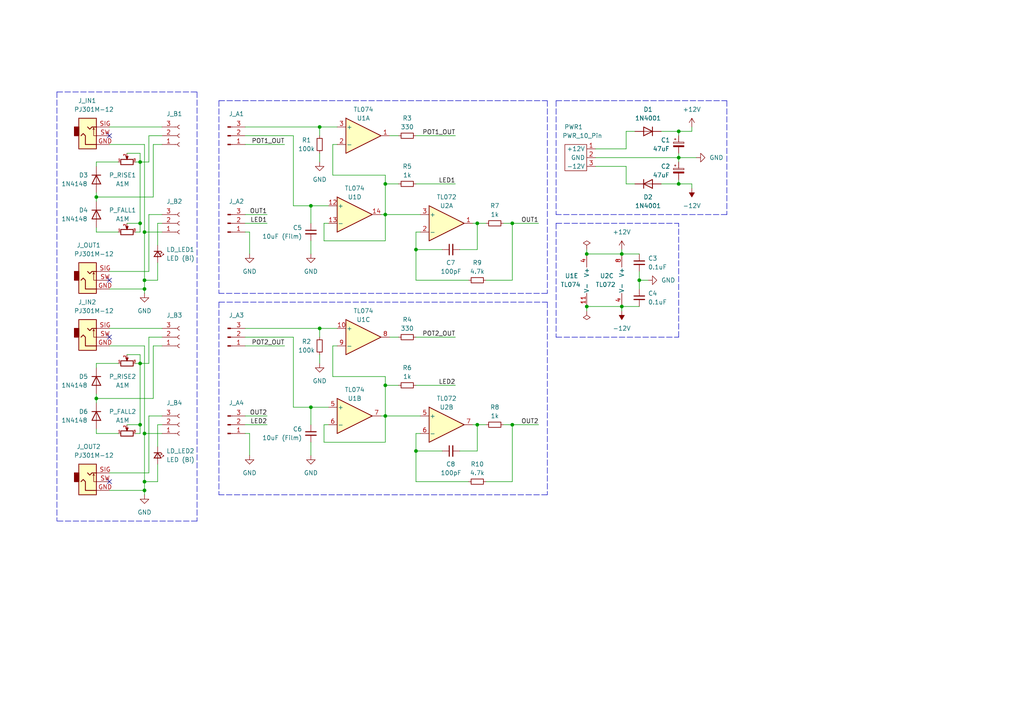
<source format=kicad_sch>
(kicad_sch (version 20211123) (generator eeschema)
  (paper "A4")
  (title_block (title "Avalon Harmonics R&F") (rev "v1.0") (company "Avalon Harmonics"))
  (lib_symbols
    (symbol "Amplifier_Operational:TL072" (pin_names (offset 0.127))
      (property "Reference" "U" (at 0 5.08 0))
      (property "Value" "TL072" (at 0 -5.08 0))
      (symbol "TL072_1_1"
        (polyline (pts (xy -5.08 5.08) (xy 5.08 0) (xy -5.08 -5.08) (xy -5.08 5.08)) (stroke (width 0.254)) (fill (type background)))
        (pin output line (at 7.62 0 180) (length 2.54) (name "~") (number "1"))
        (pin input line (at -7.62 -2.54 0) (length 2.54) (name "-") (number "2"))
        (pin input line (at -7.62 2.54 0) (length 2.54) (name "+") (number "3"))
      )
      (symbol "TL072_2_1"
        (polyline (pts (xy -5.08 5.08) (xy 5.08 0) (xy -5.08 -5.08) (xy -5.08 5.08)) (stroke (width 0.254)) (fill (type background)))
        (pin input line (at -7.62 2.54 0) (length 2.54) (name "+") (number "5"))
        (pin input line (at -7.62 -2.54 0) (length 2.54) (name "-") (number "6"))
        (pin output line (at 7.62 0 180) (length 2.54) (name "~") (number "7"))
      )
      (symbol "TL072_3_1"
        (pin power_in line (at -2.54 -7.62 90) (length 3.81) (name "V-") (number "4"))
        (pin power_in line (at -2.54 7.62 270) (length 3.81) (name "V+") (number "8"))
      )
    )
    (symbol "Amplifier_Operational:TL074" (pin_names (offset 0.127))
      (property "Reference" "U" (at 0 5.08 0))
      (property "Value" "TL074" (at 0 -5.08 0))
      (symbol "TL074_1_1"
        (polyline (pts (xy -5.08 5.08) (xy 5.08 0) (xy -5.08 -5.08) (xy -5.08 5.08)) (stroke (width 0.254)) (fill (type background)))
        (pin output line (at 7.62 0 180) (length 2.54) (name "~") (number "1"))
        (pin input line (at -7.62 -2.54 0) (length 2.54) (name "-") (number "2"))
        (pin input line (at -7.62 2.54 0) (length 2.54) (name "+") (number "3"))
      )
      (symbol "TL074_2_1"
        (polyline (pts (xy -5.08 5.08) (xy 5.08 0) (xy -5.08 -5.08) (xy -5.08 5.08)) (stroke (width 0.254)) (fill (type background)))
        (pin input line (at -7.62 2.54 0) (length 2.54) (name "+") (number "5"))
        (pin input line (at -7.62 -2.54 0) (length 2.54) (name "-") (number "6"))
        (pin output line (at 7.62 0 180) (length 2.54) (name "~") (number "7"))
      )
      (symbol "TL074_3_1"
        (polyline (pts (xy -5.08 5.08) (xy 5.08 0) (xy -5.08 -5.08) (xy -5.08 5.08)) (stroke (width 0.254)) (fill (type background)))
        (pin input line (at -7.62 2.54 0) (length 2.54) (name "+") (number "10"))
        (pin output line (at 7.62 0 180) (length 2.54) (name "~") (number "8"))
        (pin input line (at -7.62 -2.54 0) (length 2.54) (name "-") (number "9"))
      )
      (symbol "TL074_4_1"
        (polyline (pts (xy -5.08 5.08) (xy 5.08 0) (xy -5.08 -5.08) (xy -5.08 5.08)) (stroke (width 0.254)) (fill (type background)))
        (pin input line (at -7.62 2.54 0) (length 2.54) (name "+") (number "12"))
        (pin input line (at -7.62 -2.54 0) (length 2.54) (name "-") (number "13"))
        (pin output line (at 7.62 0 180) (length 2.54) (name "~") (number "14"))
      )
      (symbol "TL074_5_1"
        (pin power_in line (at -2.54 -7.62 90) (length 3.81) (name "V-") (number "11"))
        (pin power_in line (at -2.54 7.62 270) (length 3.81) (name "V+") (number "4"))
      )
    )
    (symbol "Connector:Conn_01x03_Female" (pin_names (offset 1.016) hide)
      (property "Reference" "J" (at 0 5.08 0))
      (property "Value" "Conn_01x03_Female" (at 0 -5.08 0))
      (symbol "Conn_01x03_Female_1_1"
        (arc (start 0 -2.032) (mid -0.508 -2.54) (end 0 -3.048) (stroke (width 0.1524)))
        (polyline (pts (xy -1.27 -2.54) (xy -0.508 -2.54)) (stroke (width 0.1524)))
        (polyline (pts (xy -1.27 0) (xy -0.508 0)) (stroke (width 0.1524)))
        (polyline (pts (xy -1.27 2.54) (xy -0.508 2.54)) (stroke (width 0.1524)))
        (arc (start 0 0.508) (mid -0.508 0) (end 0 -0.508) (stroke (width 0.1524)))
        (arc (start 0 3.048) (mid -0.508 2.54) (end 0 2.032) (stroke (width 0.1524)))
        (pin passive line (at -5.08 2.54 0) (length 3.81) (name "Pin_1") (number "1"))
        (pin passive line (at -5.08 0 0) (length 3.81) (name "Pin_2") (number "2"))
        (pin passive line (at -5.08 -2.54 0) (length 3.81) (name "Pin_3") (number "3"))
      )
    )
    (symbol "Connector:Conn_01x03_Male" (pin_names (offset 1.016) hide)
      (property "Reference" "J" (at 0 5.08 0))
      (property "Value" "Conn_01x03_Male" (at 0 -5.08 0))
      (symbol "Conn_01x03_Male_1_1"
        (polyline (pts (xy 1.27 -2.54) (xy 0.8636 -2.54)) (stroke (width 0.1524)))
        (polyline (pts (xy 1.27 0) (xy 0.8636 0)) (stroke (width 0.1524)))
        (polyline (pts (xy 1.27 2.54) (xy 0.8636 2.54)) (stroke (width 0.1524)))
        (rectangle (start 0.8636 -2.413) (end 0 -2.667) (stroke (width 0.1524)) (fill (type outline)))
        (rectangle (start 0.8636 0.127) (end 0 -0.127) (stroke (width 0.1524)) (fill (type outline)))
        (rectangle (start 0.8636 2.667) (end 0 2.413) (stroke (width 0.1524)) (fill (type outline)))
        (pin passive line (at 5.08 2.54 180) (length 3.81) (name "Pin_1") (number "1"))
        (pin passive line (at 5.08 0 180) (length 3.81) (name "Pin_2") (number "2"))
        (pin passive line (at 5.08 -2.54 180) (length 3.81) (name "Pin_3") (number "3"))
      )
    )
    (symbol "Device:C_Polarized_Small" (pin_numbers hide) (pin_names (offset 0.254) hide)
      (property "Reference" "C" (at 0.254 1.778 0))
      (property "Value" "C_Polarized_Small" (at 0.254 -2.032 0))
      (symbol "C_Polarized_Small_0_1"
        (rectangle (start -1.524 -0.3048) (end 1.524 -0.6858) (fill (type outline)))
        (rectangle (start -1.524 0.6858) (end 1.524 0.3048))
        (polyline (pts (xy -1.27 1.524) (xy -0.762 1.524)))
        (polyline (pts (xy -1.016 1.27) (xy -1.016 1.778)))
      )
      (symbol "C_Polarized_Small_1_1"
        (pin passive line (at 0 2.54 270) (length 1.8542) (name "~") (number "1"))
        (pin passive line (at 0 -2.54 90) (length 1.8542) (name "~") (number "2"))
      )
    )
    (symbol "Device:C_Small" (pin_numbers hide) (pin_names (offset 0.254) hide)
      (property "Reference" "C" (at 0.254 1.778 0))
      (property "Value" "C_Small" (at 0.254 -2.032 0))
      (symbol "C_Small_0_1"
        (polyline (pts (xy -1.524 -0.508) (xy 1.524 -0.508)) (stroke (width 0.3302)))
        (polyline (pts (xy -1.524 0.508) (xy 1.524 0.508)) (stroke (width 0.3048)))
      )
      (symbol "C_Small_1_1"
        (pin passive line (at 0 2.54 270) (length 2.032) (name "~") (number "1"))
        (pin passive line (at 0 -2.54 90) (length 2.032) (name "~") (number "2"))
      )
    )
    (symbol "Device:LED_Small" (pin_numbers hide) (pin_names (offset 0.254) hide)
      (property "Reference" "D" (at -1.27 3.175 0))
      (property "Value" "LED_Small" (at -4.445 -2.54 0))
      (symbol "LED_Small_0_1"
        (polyline (pts (xy -0.762 -1.016) (xy -0.762 1.016)) (stroke (width 0.254)))
        (polyline (pts (xy 1.016 0) (xy -0.762 0)))
        (polyline (pts (xy 0.762 -1.016) (xy -0.762 0) (xy 0.762 1.016) (xy 0.762 -1.016)) (stroke (width 0.254)))
        (polyline (pts (xy 0 0.762) (xy -0.508 1.27) (xy -0.254 1.27) (xy -0.508 1.27) (xy -0.508 1.016)))
        (polyline (pts (xy 0.508 1.27) (xy 0 1.778) (xy 0.254 1.778) (xy 0 1.778) (xy 0 1.524)))
      )
      (symbol "LED_Small_1_1"
        (pin passive line (at -2.54 0 0) (length 1.778) (name "K") (number "1"))
        (pin passive line (at 2.54 0 180) (length 1.778) (name "A") (number "2"))
      )
    )
    (symbol "Device:R_Potentiometer_Small" (pin_names (offset 1.016) hide)
      (property "Reference" "RV" (at -4.445 0 90))
      (property "Value" "R_Potentiometer_Small" (at -2.54 0 90))
      (symbol "R_Potentiometer_Small_0_1"
        (polyline (pts (xy 0.889 0) (xy 0.635 0) (xy 1.651 0.381) (xy 1.651 -0.381) (xy 0.635 0) (xy 0.889 0)) (fill (type outline)))
        (rectangle (start 0.762 1.8034) (end -0.762 -1.8034) (stroke (width 0.254)))
      )
      (symbol "R_Potentiometer_Small_1_1"
        (pin passive line (at 0 2.54 270) (length 0.635) (name "1") (number "1"))
        (pin passive line (at 2.54 0 180) (length 0.9906) (name "2") (number "2"))
        (pin passive line (at 0 -2.54 90) (length 0.635) (name "3") (number "3"))
      )
    )
    (symbol "Device:R_Small" (pin_numbers hide) (pin_names (offset 0.254) hide)
      (property "Reference" "R" (at 0.762 0.508 0))
      (property "Value" "R_Small" (at 0.762 -1.016 0))
      (symbol "R_Small_0_1"
        (rectangle (start -0.762 1.778) (end 0.762 -1.778) (stroke (width 0.2032)))
      )
      (symbol "R_Small_1_1"
        (pin passive line (at 0 2.54 270) (length 0.762) (name "~") (number "1"))
        (pin passive line (at 0 -2.54 90) (length 0.762) (name "~") (number "2"))
      )
    )
    (symbol "Diode:1N4001" (pin_numbers hide) (pin_names (offset 1.016) hide)
      (property "Reference" "D" (at 0 2.54 0))
      (property "Value" "1N4001" (at 0 -2.54 0))
      (symbol "1N4001_0_1"
        (polyline (pts (xy -1.27 1.27) (xy -1.27 -1.27)) (stroke (width 0.254)))
        (polyline (pts (xy 1.27 0) (xy -1.27 0)))
        (polyline (pts (xy 1.27 1.27) (xy 1.27 -1.27) (xy -1.27 0) (xy 1.27 1.27)) (stroke (width 0.254)))
      )
      (symbol "1N4001_1_1"
        (pin passive line (at -3.81 0 0) (length 2.54) (name "K") (number "1"))
        (pin passive line (at 3.81 0 180) (length 2.54) (name "A") (number "2"))
      )
    )
    (symbol "Diode:1N4148" (pin_numbers hide) (pin_names (offset 1.016) hide)
      (property "Reference" "D" (at 0 2.54 0))
      (property "Value" "1N4148" (at 0 -2.54 0))
      (symbol "1N4148_0_1"
        (polyline (pts (xy -1.27 1.27) (xy -1.27 -1.27)) (stroke (width 0.254)))
        (polyline (pts (xy 1.27 0) (xy -1.27 0)))
        (polyline (pts (xy 1.27 1.27) (xy 1.27 -1.27) (xy -1.27 0) (xy 1.27 1.27)) (stroke (width 0.254)))
      )
      (symbol "1N4148_1_1"
        (pin passive line (at -3.81 0 0) (length 2.54) (name "K") (number "1"))
        (pin passive line (at 3.81 0 180) (length 2.54) (name "A") (number "2"))
      )
    )
    (symbol "Eurorack:PJ301M-12"
      (property "Reference" "J?" (at -0.635 7.62 0))
      (property "Value" "PJ301M-12" (at -0.635 5.08 0))
      (symbol "PJ301M-12_0_1"
        (rectangle (start -2.54 0) (end -3.81 -2.54) (stroke (width 0.254)) (fill (type outline)))
        (polyline (pts (xy 1.778 -0.254) (xy 2.032 -0.762)))
        (polyline (pts (xy 3.81 -5.08) (xy 2.54 -5.08)))
        (polyline (pts (xy 3.81 -2.54) (xy 2.54 -2.54)))
        (polyline (pts (xy 3.81 0) (xy 2.54 0)))
        (polyline (pts (xy 0 0) (xy 0.635 -0.635) (xy 1.27 0) (xy 2.54 0)) (stroke (width 0.254)))
        (polyline (pts (xy 2.54 -2.54) (xy 1.778 -2.54) (xy 1.778 -0.254) (xy 1.524 -0.762)))
        (polyline (pts (xy 2.54 -5.08) (xy -0.635 -5.08) (xy -0.635 -2.54) (xy -1.27 -1.905) (xy -1.905 -2.54)) (stroke (width 0.254)))
        (rectangle (start 2.54 2.54) (end -2.54 -6.35) (stroke (width 0.254)) (fill (type background)))
      )
      (symbol "PJ301M-12_1_1"
        (pin passive line (at 6.35 -5.08 180) (length 2.54) (name "~") (number "GND"))
        (pin passive line (at 6.35 0 180) (length 2.54) (name "~") (number "SIG"))
        (pin passive line (at 6.35 -2.54 180) (length 2.54) (name "~") (number "SW"))
      )
    )
    (symbol "Eurorack:PWR_10_Pin"
      (property "Reference" "H?" (at -5.08 6.35 0))
      (property "Value" "PWR_10_Pin" (at -5.08 3.81 0))
      (symbol "PWR_10_Pin_0_1"
        (rectangle (start -2.54 2.54) (end -8.89 -5.08))
      )
      (symbol "PWR_10_Pin_1_1"
        (pin power_out line (at 0 1.27 180) (length 2.54) (name "+12V") (number "1"))
        (pin power_out line (at 0 -1.27 180) (length 2.54) (name "GND") (number "2"))
        (pin power_out line (at 0 -3.81 180) (length 2.54) (name "-12V") (number "3"))
      )
    )
    (symbol "power:+12V" (power) (pin_names (offset 0))
      (property "Value" "+12V" (at 0 3.556 0))
      (symbol "+12V_0_1"
        (polyline (pts (xy -0.762 1.27) (xy 0 2.54)))
        (polyline (pts (xy 0 0) (xy 0 2.54)))
        (polyline (pts (xy 0 2.54) (xy 0.762 1.27)))
      )
      (symbol "+12V_1_1"
        (pin power_in line (at 0 0 90) (length 0) hide (name "+12V") (number "1"))
      )
    )
    (symbol "power:-12V" (power) (pin_names (offset 0))
      (property "Value" "-12V" (at 0 3.81 0))
      (symbol "-12V_0_0"
        (pin power_in line (at 0 0 90) (length 0) hide (name "-12V") (number "1"))
      )
      (symbol "-12V_0_1"
        (polyline (pts (xy 0 0) (xy 0 1.27) (xy 0.762 1.27) (xy 0 2.54) (xy -0.762 1.27) (xy 0 1.27)) (fill (type outline)))
      )
    )
    (symbol "power:GND" (power) (pin_names (offset 0))
      (property "Value" "GND" (at 0 -3.81 0))
      (symbol "GND_0_1"
        (polyline (pts (xy 0 0) (xy 0 -1.27) (xy 1.27 -1.27) (xy 0 -2.54) (xy -1.27 -1.27) (xy 0 -1.27)))
      )
      (symbol "GND_1_1"
        (pin power_in line (at 0 0 270) (length 0) hide (name "GND") (number "1"))
      )
    )
    (symbol "power:PWR_FLAG" (power) (pin_numbers hide) (pin_names (offset 0) hide)
      (property "Value" "PWR_FLAG" (at 0 3.81 0))
      (symbol "PWR_FLAG_0_0"
        (pin power_out line (at 0 0 90) (length 0) (name "pwr") (number "1"))
      )
      (symbol "PWR_FLAG_0_1"
        (polyline (pts (xy 0 0) (xy 0 1.27) (xy -1.016 1.905) (xy 0 2.54) (xy 1.016 1.905) (xy 0 1.27)))
      )
    )
  )
  (junction (at 120.65 130.81))
  (junction (at 92.71 36.83))
  (junction (at 138.43 64.77))
  (junction (at 92.71 95.25))
  (junction (at 40.64 105.41))
  (junction (at 170.18 73.66))
  (junction (at 40.64 123.19))
  (junction (at 111.76 53.34))
  (junction (at 180.34 73.66))
  (junction (at 41.91 139.7))
  (junction (at 41.91 81.28))
  (junction (at 148.59 64.77))
  (junction (at 41.91 83.82))
  (junction (at 27.94 57.15))
  (junction (at 41.91 142.24))
  (junction (at 196.85 38.1))
  (junction (at 120.65 72.39))
  (junction (at 196.85 45.72))
  (junction (at 111.76 111.76))
  (junction (at 90.17 59.69))
  (junction (at 41.91 125.73))
  (junction (at 40.64 64.77))
  (junction (at 185.42 81.28))
  (junction (at 111.76 62.23))
  (junction (at 111.76 120.65))
  (junction (at 148.59 123.19))
  (junction (at 90.17 118.11))
  (junction (at 41.91 67.31))
  (junction (at 40.64 46.99))
  (junction (at 170.18 88.9))
  (junction (at 196.85 53.34))
  (junction (at 138.43 123.19))
  (junction (at 27.94 115.57))
  (junction (at 180.34 88.9))
  (no_connect (at 31.75 81.28))
  (no_connect (at 31.75 97.79))
  (no_connect (at 31.75 39.37))
  (no_connect (at 31.75 139.7))
  (wire (pts (xy 71.12 67.31) (xy 72.39 67.31)))
  (wire (pts (xy 111.76 50.8) (xy 111.76 53.34)))
  (wire (pts (xy 92.71 95.25) (xy 97.79 95.25)))
  (wire (pts (xy 90.17 59.69) (xy 95.25 59.69)))
  (wire (pts (xy 40.64 105.41) (xy 40.64 123.19)))
  (wire (pts (xy 71.12 39.37) (xy 85.09 39.37)))
  (polyline (pts (xy 158.75 29.21) (xy 158.75 85.09)))
  (wire (pts (xy 44.45 115.57) (xy 27.94 115.57)))
  (wire (pts (xy 96.52 41.91) (xy 96.52 50.8)))
  (wire (pts (xy 90.17 118.11) (xy 90.17 123.19)))
  (wire (pts (xy 43.18 78.74) (xy 31.75 78.74)))
  (polyline (pts (xy 161.29 64.77) (xy 196.85 64.77)))
  (polyline (pts (xy 16.51 26.67) (xy 57.15 26.67)))
  (wire (pts (xy 191.77 53.34) (xy 196.85 53.34)))
  (polyline (pts (xy 161.29 97.79) (xy 196.85 97.79)))
  (wire (pts (xy 90.17 59.69) (xy 85.09 59.69)))
  (wire (pts (xy 36.83 44.45) (xy 40.64 44.45)))
  (wire (pts (xy 44.45 100.33) (xy 44.45 115.57)))
  (wire (pts (xy 40.64 46.99) (xy 39.37 46.99)))
  (wire (pts (xy 138.43 64.77) (xy 137.16 64.77)))
  (wire (pts (xy 40.64 123.19) (xy 40.64 125.73)))
  (wire (pts (xy 113.03 97.79) (xy 115.57 97.79)))
  (polyline (pts (xy 158.75 85.09) (xy 63.5 85.09)))
  (wire (pts (xy 172.72 48.26) (xy 181.61 48.26)))
  (wire (pts (xy 128.27 72.39) (xy 120.65 72.39)))
  (wire (pts (xy 135.89 81.28) (xy 120.65 81.28)))
  (wire (pts (xy 111.76 53.34) (xy 111.76 62.23)))
  (wire (pts (xy 172.72 45.72) (xy 196.85 45.72)))
  (wire (pts (xy 41.91 139.7) (xy 41.91 142.24)))
  (wire (pts (xy 31.75 95.25) (xy 46.99 95.25)))
  (wire (pts (xy 120.65 130.81) (xy 120.65 125.73)))
  (wire (pts (xy 41.91 67.31) (xy 41.91 81.28)))
  (wire (pts (xy 40.64 44.45) (xy 40.64 46.99)))
  (wire (pts (xy 170.18 88.9) (xy 180.34 88.9)))
  (wire (pts (xy 187.96 81.28) (xy 185.42 81.28)))
  (wire (pts (xy 92.71 39.37) (xy 92.71 36.83)))
  (wire (pts (xy 71.12 64.77) (xy 77.47 64.77)))
  (wire (pts (xy 138.43 130.81) (xy 138.43 123.19)))
  (wire (pts (xy 44.45 57.15) (xy 27.94 57.15)))
  (wire (pts (xy 92.71 97.79) (xy 92.71 95.25)))
  (wire (pts (xy 170.18 72.39) (xy 170.18 73.66)))
  (wire (pts (xy 196.85 45.72) (xy 196.85 46.99)))
  (wire (pts (xy 71.12 100.33) (xy 82.55 100.33)))
  (wire (pts (xy 41.91 83.82) (xy 41.91 85.09)))
  (wire (pts (xy 41.91 125.73) (xy 46.99 125.73)))
  (wire (pts (xy 185.42 81.28) (xy 185.42 83.82)))
  (wire (pts (xy 92.71 36.83) (xy 97.79 36.83)))
  (wire (pts (xy 34.29 105.41) (xy 27.94 105.41)))
  (wire (pts (xy 43.18 39.37) (xy 43.18 46.99)))
  (wire (pts (xy 71.12 95.25) (xy 92.71 95.25)))
  (wire (pts (xy 43.18 120.65) (xy 46.99 120.65)))
  (wire (pts (xy 111.76 120.65) (xy 110.49 120.65)))
  (wire (pts (xy 138.43 123.19) (xy 137.16 123.19)))
  (wire (pts (xy 44.45 41.91) (xy 44.45 57.15)))
  (wire (pts (xy 196.85 53.34) (xy 196.85 52.07)))
  (polyline (pts (xy 63.5 29.21) (xy 158.75 29.21)))
  (wire (pts (xy 34.29 46.99) (xy 27.94 46.99)))
  (wire (pts (xy 41.91 41.91) (xy 41.91 67.31)))
  (wire (pts (xy 133.35 72.39) (xy 138.43 72.39)))
  (wire (pts (xy 148.59 139.7) (xy 140.97 139.7)))
  (wire (pts (xy 40.64 125.73) (xy 39.37 125.73)))
  (wire (pts (xy 27.94 58.42) (xy 27.94 57.15)))
  (wire (pts (xy 148.59 123.19) (xy 148.59 139.7)))
  (wire (pts (xy 200.66 53.34) (xy 200.66 54.61)))
  (wire (pts (xy 40.64 46.99) (xy 40.64 64.77)))
  (wire (pts (xy 43.18 39.37) (xy 46.99 39.37)))
  (wire (pts (xy 43.18 105.41) (xy 40.64 105.41)))
  (wire (pts (xy 92.71 44.45) (xy 92.71 46.99)))
  (wire (pts (xy 120.65 97.79) (xy 132.08 97.79)))
  (wire (pts (xy 36.83 102.87) (xy 40.64 102.87)))
  (wire (pts (xy 111.76 109.22) (xy 111.76 111.76)))
  (wire (pts (xy 185.42 73.66) (xy 180.34 73.66)))
  (wire (pts (xy 121.92 67.31) (xy 120.65 67.31)))
  (wire (pts (xy 111.76 62.23) (xy 110.49 62.23)))
  (wire (pts (xy 181.61 48.26) (xy 181.61 53.34)))
  (wire (pts (xy 43.18 137.16) (xy 31.75 137.16)))
  (wire (pts (xy 90.17 128.27) (xy 90.17 132.08)))
  (wire (pts (xy 71.12 123.19) (xy 77.47 123.19)))
  (wire (pts (xy 95.25 64.77) (xy 93.98 64.77)))
  (wire (pts (xy 40.64 102.87) (xy 40.64 105.41)))
  (wire (pts (xy 170.18 88.9) (xy 170.18 90.17)))
  (polyline (pts (xy 57.15 151.13) (xy 16.51 151.13)))
  (wire (pts (xy 97.79 100.33) (xy 96.52 100.33)))
  (polyline (pts (xy 210.82 62.23) (xy 161.29 62.23)))
  (wire (pts (xy 71.12 36.83) (xy 92.71 36.83)))
  (wire (pts (xy 120.65 39.37) (xy 132.08 39.37)))
  (wire (pts (xy 138.43 72.39) (xy 138.43 64.77)))
  (wire (pts (xy 27.94 105.41) (xy 27.94 106.68)))
  (wire (pts (xy 185.42 88.9) (xy 180.34 88.9)))
  (wire (pts (xy 72.39 67.31) (xy 72.39 73.66)))
  (wire (pts (xy 31.75 83.82) (xy 41.91 83.82)))
  (wire (pts (xy 181.61 43.18) (xy 172.72 43.18)))
  (wire (pts (xy 180.34 72.39) (xy 180.34 73.66)))
  (polyline (pts (xy 63.5 87.63) (xy 158.75 87.63)))
  (wire (pts (xy 113.03 39.37) (xy 115.57 39.37)))
  (polyline (pts (xy 210.82 29.21) (xy 210.82 62.23)))
  (wire (pts (xy 148.59 81.28) (xy 140.97 81.28)))
  (wire (pts (xy 71.12 125.73) (xy 72.39 125.73)))
  (wire (pts (xy 138.43 123.19) (xy 140.97 123.19)))
  (wire (pts (xy 90.17 118.11) (xy 95.25 118.11)))
  (wire (pts (xy 111.76 62.23) (xy 121.92 62.23)))
  (wire (pts (xy 27.94 55.88) (xy 27.94 57.15)))
  (wire (pts (xy 27.94 114.3) (xy 27.94 115.57)))
  (wire (pts (xy 181.61 53.34) (xy 184.15 53.34)))
  (wire (pts (xy 128.27 130.81) (xy 120.65 130.81)))
  (wire (pts (xy 93.98 128.27) (xy 111.76 128.27)))
  (wire (pts (xy 72.39 125.73) (xy 72.39 132.08)))
  (wire (pts (xy 148.59 64.77) (xy 156.21 64.77)))
  (wire (pts (xy 34.29 67.31) (xy 27.94 67.31)))
  (wire (pts (xy 196.85 38.1) (xy 200.66 38.1)))
  (polyline (pts (xy 63.5 29.21) (xy 63.5 85.09)))
  (wire (pts (xy 135.89 139.7) (xy 120.65 139.7)))
  (wire (pts (xy 120.65 72.39) (xy 120.65 67.31)))
  (wire (pts (xy 196.85 44.45) (xy 196.85 45.72)))
  (wire (pts (xy 120.65 81.28) (xy 120.65 72.39)))
  (wire (pts (xy 85.09 39.37) (xy 85.09 59.69)))
  (wire (pts (xy 43.18 46.99) (xy 40.64 46.99)))
  (wire (pts (xy 43.18 120.65) (xy 43.18 137.16)))
  (wire (pts (xy 44.45 41.91) (xy 46.99 41.91)))
  (wire (pts (xy 196.85 45.72) (xy 201.93 45.72)))
  (wire (pts (xy 85.09 97.79) (xy 85.09 118.11)))
  (wire (pts (xy 93.98 64.77) (xy 93.98 69.85)))
  (wire (pts (xy 146.05 64.77) (xy 148.59 64.77)))
  (wire (pts (xy 111.76 69.85) (xy 111.76 62.23)))
  (wire (pts (xy 120.65 139.7) (xy 120.65 130.81)))
  (wire (pts (xy 31.75 41.91) (xy 41.91 41.91)))
  (wire (pts (xy 93.98 69.85) (xy 111.76 69.85)))
  (wire (pts (xy 180.34 88.9) (xy 180.34 90.17)))
  (wire (pts (xy 40.64 64.77) (xy 40.64 67.31)))
  (wire (pts (xy 41.91 142.24) (xy 41.91 143.51)))
  (wire (pts (xy 36.83 123.19) (xy 40.64 123.19)))
  (wire (pts (xy 45.72 139.7) (xy 41.91 139.7)))
  (wire (pts (xy 132.08 53.34) (xy 120.65 53.34)))
  (wire (pts (xy 41.91 100.33) (xy 41.91 125.73)))
  (wire (pts (xy 148.59 64.77) (xy 148.59 81.28)))
  (wire (pts (xy 43.18 62.23) (xy 43.18 78.74)))
  (wire (pts (xy 71.12 97.79) (xy 85.09 97.79)))
  (polyline (pts (xy 161.29 64.77) (xy 161.29 97.79)))
  (wire (pts (xy 43.18 97.79) (xy 43.18 105.41)))
  (wire (pts (xy 181.61 38.1) (xy 184.15 38.1)))
  (polyline (pts (xy 161.29 29.21) (xy 210.82 29.21)))
  (polyline (pts (xy 63.5 87.63) (xy 63.5 143.51)))
  (wire (pts (xy 71.12 120.65) (xy 77.47 120.65)))
  (wire (pts (xy 121.92 125.73) (xy 120.65 125.73)))
  (wire (pts (xy 90.17 59.69) (xy 90.17 64.77)))
  (wire (pts (xy 31.75 100.33) (xy 41.91 100.33)))
  (wire (pts (xy 27.94 125.73) (xy 27.94 124.46)))
  (wire (pts (xy 34.29 125.73) (xy 27.94 125.73)))
  (wire (pts (xy 41.91 81.28) (xy 41.91 83.82)))
  (wire (pts (xy 27.94 67.31) (xy 27.94 66.04)))
  (wire (pts (xy 111.76 111.76) (xy 115.57 111.76)))
  (polyline (pts (xy 158.75 143.51) (xy 63.5 143.51)))
  (wire (pts (xy 27.94 46.99) (xy 27.94 48.26)))
  (wire (pts (xy 71.12 62.23) (xy 77.47 62.23)))
  (wire (pts (xy 148.59 123.19) (xy 156.21 123.19)))
  (wire (pts (xy 191.77 38.1) (xy 196.85 38.1)))
  (wire (pts (xy 46.99 97.79) (xy 43.18 97.79)))
  (wire (pts (xy 45.72 134.62) (xy 45.72 139.7)))
  (wire (pts (xy 40.64 67.31) (xy 39.37 67.31)))
  (polyline (pts (xy 57.15 26.67) (xy 57.15 151.13)))
  (wire (pts (xy 196.85 38.1) (xy 196.85 39.37)))
  (wire (pts (xy 181.61 38.1) (xy 181.61 43.18)))
  (wire (pts (xy 111.76 128.27) (xy 111.76 120.65)))
  (wire (pts (xy 111.76 53.34) (xy 115.57 53.34)))
  (wire (pts (xy 41.91 125.73) (xy 41.91 139.7)))
  (wire (pts (xy 96.52 50.8) (xy 111.76 50.8)))
  (wire (pts (xy 200.66 38.1) (xy 200.66 36.83)))
  (wire (pts (xy 93.98 123.19) (xy 93.98 128.27)))
  (wire (pts (xy 138.43 64.77) (xy 140.97 64.77)))
  (wire (pts (xy 45.72 76.2) (xy 45.72 81.28)))
  (wire (pts (xy 132.08 111.76) (xy 120.65 111.76)))
  (wire (pts (xy 196.85 53.34) (xy 200.66 53.34)))
  (wire (pts (xy 90.17 118.11) (xy 85.09 118.11)))
  (polyline (pts (xy 161.29 29.21) (xy 161.29 62.23)))
  (polyline (pts (xy 16.51 26.67) (xy 16.51 151.13)))
  (wire (pts (xy 31.75 142.24) (xy 41.91 142.24)))
  (wire (pts (xy 45.72 81.28) (xy 41.91 81.28)))
  (wire (pts (xy 96.52 109.22) (xy 111.76 109.22)))
  (wire (pts (xy 185.42 81.28) (xy 185.42 78.74)))
  (wire (pts (xy 170.18 73.66) (xy 180.34 73.66)))
  (wire (pts (xy 27.94 116.84) (xy 27.94 115.57)))
  (wire (pts (xy 111.76 120.65) (xy 121.92 120.65)))
  (wire (pts (xy 96.52 100.33) (xy 96.52 109.22)))
  (wire (pts (xy 90.17 69.85) (xy 90.17 73.66)))
  (wire (pts (xy 46.99 64.77) (xy 45.72 64.77)))
  (polyline (pts (xy 196.85 97.79) (xy 196.85 64.77)))
  (wire (pts (xy 95.25 123.19) (xy 93.98 123.19)))
  (wire (pts (xy 71.12 41.91) (xy 82.55 41.91)))
  (wire (pts (xy 36.83 64.77) (xy 40.64 64.77)))
  (wire (pts (xy 41.91 67.31) (xy 46.99 67.31)))
  (wire (pts (xy 45.72 123.19) (xy 45.72 129.54)))
  (wire (pts (xy 97.79 41.91) (xy 96.52 41.91)))
  (wire (pts (xy 92.71 102.87) (xy 92.71 105.41)))
  (wire (pts (xy 31.75 36.83) (xy 46.99 36.83)))
  (wire (pts (xy 40.64 105.41) (xy 39.37 105.41)))
  (wire (pts (xy 146.05 123.19) (xy 148.59 123.19)))
  (wire (pts (xy 46.99 100.33) (xy 44.45 100.33)))
  (wire (pts (xy 46.99 123.19) (xy 45.72 123.19)))
  (wire (pts (xy 111.76 111.76) (xy 111.76 120.65)))
  (wire (pts (xy 45.72 64.77) (xy 45.72 71.12)))
  (wire (pts (xy 133.35 130.81) (xy 138.43 130.81)))
  (polyline (pts (xy 158.75 87.63) (xy 158.75 143.51)))
  (wire (pts (xy 46.99 62.23) (xy 43.18 62.23)))
  (label "LED1" (at 132.08 53.34 180))
  (label "OUT1" (at 77.47 62.23 180))
  (label "LED1" (at 77.47 64.77 180))
  (label "POT1_OUT" (at 132.08 39.37 180))
  (label "POT1_OUT" (at 82.55 41.91 180))
  (label "OUT1" (at 156.21 64.77 180))
  (label "LED2" (at 77.47 123.19 180))
  (label "LED2" (at 132.08 111.76 180))
  (label "OUT2" (at 156.21 123.19 180))
  (label "POT2_OUT" (at 132.08 97.79 180))
  (label "OUT2" (at 77.47 120.65 180))
  (label "POT2_OUT" (at 82.55 100.33 180))
  (symbol (lib_id "power:-12V") (at 180.34 90.17 180) (unit 1)
    (property "Reference" "#PWR0109" (effects hide))
    (property "Value" "-12V" (at 180.34 95.25 0))
  )
  (symbol (lib_id "power:GND") (at 90.17 132.08 0) (unit 1)
    (property "Reference" "#PWR0112" (effects hide))
    (property "Value" "GND" (at 90.17 137.16 0))
  )
  (symbol (lib_id "Amplifier_Operational:TL072") (at 129.54 123.19 0) (unit 2)
    (property "Reference" "U2" (at 129.54 118.11 0))
    (property "Value" "TL072" (at 129.54 115.57 0))
    (property "Footprint" "Package_DIP:DIP-8_W7.62mm_Socket_LongPads" (effects hide))
    (property "Datasheet" "http://www.ti.com/lit/ds/symlink/tl071.pdf" (effects hide))
  )
  (symbol (lib_id "Device:C_Polarized_Small") (at 196.85 49.53 0) (unit 1)
    (property "Reference" "C2" (at 193.04 48.26 0))
    (property "Value" "47uF" (at 191.77 50.8 0))
    (property "Footprint" "Capacitor_THT:CP_Radial_D6.3mm_P2.50mm" (effects hide))
  )
  (symbol (lib_id "power:-12V") (at 200.66 54.61 180) (unit 1)
    (property "Reference" "#PWR0103" (effects hide))
    (property "Value" "-12V" (at 200.66 59.69 0))
  )
  (symbol (lib_id "Connector:Conn_01x03_Female") (at 52.07 97.79 0) (mirror x) (unit 1)
    (property "Reference" "J_B3" (at 48.26 91.44 0) (effects (justify left)))
    (property "Value" "Conn_01x03_Female" (effects hide))
    (property "Footprint" "Connector_PinHeader_2.54mm:PinHeader_1x03_P2.54mm_Vertical" (effects hide))
  )
  (symbol (lib_id "Diode:1N4001") (at 187.96 38.1 180) (unit 1)
    (property "Reference" "D1" (at 187.96 31.75 0))
    (property "Value" "1N4001" (at 187.96 34.29 0))
    (property "Footprint" "Diode_THT:D_DO-41_SOD81_P10.16mm_Horizontal" (effects hide))
    (property "Datasheet" "http://www.vishay.com/docs/88503/1n4001.pdf" (effects hide))
  )
  (symbol (lib_id "Amplifier_Operational:TL074") (at 102.87 120.65 0) (unit 2)
    (property "Reference" "U1" (at 102.87 115.57 0))
    (property "Value" "TL074" (at 102.87 113.03 0))
    (property "Footprint" "Package_DIP:DIP-14_W7.62mm_Socket_LongPads" (effects hide))
    (property "Datasheet" "http://www.ti.com/lit/ds/symlink/tl071.pdf" (effects hide))
  )
  (symbol (lib_id "Eurorack:PJ301M-12") (at 25.4 137.16 0) (unit 1)
    (property "Reference" "J_OUT2" (at 29.21 129.54 0) (effects (justify right)))
    (property "Value" "PJ301M-12" (at 33.02 132.08 0) (effects (justify right)))
    (property "Footprint" "Eurorack:PJ301M-12" (effects hide))
  )
  (symbol (lib_id "Device:R_Small") (at 118.11 111.76 270) (mirror x) (unit 1)
    (property "Reference" "R6" (at 118.11 106.68 90))
    (property "Value" "1k" (at 118.11 109.22 90))
    (property "Footprint" "Resistor_THT:R_Axial_DIN0207_L6.3mm_D2.5mm_P2.54mm_Vertical" (effects hide))
  )
  (symbol (lib_id "Device:C_Small") (at 90.17 125.73 0) (mirror y) (unit 1)
    (property "Reference" "C6" (at 87.63 124.46 0) (effects (justify left)))
    (property "Value" "10uF (Film)" (at 87.63 127 0) (effects (justify left)))
    (property "Footprint" "Capacitor_THT:C_Rect_L7.2mm_W11.0mm_P5.00mm_FKS2_FKP2_MKS2_MKP2_DUAL_SIZE" (effects hide))
  )
  (symbol (lib_id "Device:R_Small") (at 138.43 139.7 270) (unit 1)
    (property "Reference" "R10" (at 138.43 134.62 90))
    (property "Value" "4.7k" (at 138.43 137.16 90))
    (property "Footprint" "Resistor_THT:R_Axial_DIN0207_L6.3mm_D2.5mm_P2.54mm_Vertical" (effects hide))
  )
  (symbol (lib_id "Amplifier_Operational:TL074") (at 102.87 62.23 0) (unit 4)
    (property "Reference" "U1" (at 102.87 57.15 0))
    (property "Value" "TL074" (at 102.87 54.61 0))
    (property "Footprint" "Package_DIP:DIP-14_W7.62mm_Socket_LongPads" (effects hide))
    (property "Datasheet" "http://www.ti.com/lit/ds/symlink/tl071.pdf" (effects hide))
  )
  (symbol (lib_id "Eurorack:PJ301M-12") (at 25.4 36.83 0) (unit 1)
    (property "Reference" "J_IN1" (at 27.94 29.21 0) (effects (justify right)))
    (property "Value" "PJ301M-12" (at 33.02 31.75 0) (effects (justify right)))
    (property "Footprint" "Eurorack:PJ301M-12" (effects hide))
  )
  (symbol (lib_id "Eurorack:PJ301M-12") (at 25.4 78.74 0) (unit 1)
    (property "Reference" "J_OUT1" (at 29.21 71.12 0) (effects (justify right)))
    (property "Value" "PJ301M-12" (at 33.02 73.66 0) (effects (justify right)))
    (property "Footprint" "Eurorack:PJ301M-12" (effects hide))
  )
  (symbol (lib_id "Amplifier_Operational:TL072") (at 129.54 64.77 0) (unit 1)
    (property "Reference" "U2" (at 129.54 59.69 0))
    (property "Value" "TL072" (at 129.54 57.15 0))
    (property "Footprint" "Package_DIP:DIP-8_W7.62mm_Socket_LongPads" (effects hide))
    (property "Datasheet" "http://www.ti.com/lit/ds/symlink/tl071.pdf" (effects hide))
  )
  (symbol (lib_id "Eurorack:PJ301M-12") (at 25.4 95.25 0) (unit 1)
    (property "Reference" "J_IN2" (at 27.94 87.63 0) (effects (justify right)))
    (property "Value" "PJ301M-12" (at 33.02 90.17 0) (effects (justify right)))
    (property "Footprint" "Eurorack:PJ301M-12" (effects hide))
  )
  (symbol (lib_id "power:PWR_FLAG") (at 170.18 90.17 180) (unit 1)
    (property "Reference" "#FLG0101" (effects hide))
    (property "Value" "PWR_FLAG" (effects hide))
  )
  (symbol (lib_id "Device:R_Small") (at 143.51 64.77 270) (mirror x) (unit 1)
    (property "Reference" "R7" (at 143.51 59.69 90))
    (property "Value" "1k" (at 143.51 62.23 90))
    (property "Footprint" "Resistor_THT:R_Axial_DIN0207_L6.3mm_D2.5mm_P2.54mm_Vertical" (effects hide))
  )
  (symbol (lib_id "Device:LED_Small") (at 45.72 73.66 270) (unit 1)
    (property "Reference" "LD_LED1" (at 48.26 72.39 90) (effects (justify left)))
    (property "Value" "LED (Bi)" (at 48.26 74.93 90) (effects (justify left)))
    (property "Footprint" "LED_THT:LED_D3.0mm_FlatTop" (effects hide))
    (property "Spice_Primitive" "D" (effects hide))
    (property "Spice_Model" "LED_GENERAL" (effects hide))
    (property "Spice_Netlist_Enabled" "Y" (effects hide))
    (property "Spice_Lib_File" "/home/ebu/Documents/KiCad/KiCad-Spice-Library/Models/Diode/led.lib" (effects hide))
  )
  (symbol (lib_id "Diode:1N4148") (at 27.94 110.49 270) (unit 1)
    (property "Reference" "D5" (at 22.86 109.22 90) (effects (justify left)))
    (property "Value" "1N4148" (at 17.78 111.7599 90) (effects (justify left)))
    (property "Footprint" "Diode_THT:D_DO-35_SOD27_P7.62mm_Horizontal" (effects hide))
    (property "Datasheet" "https://assets.nexperia.com/documents/data-sheet/1N4148_1N4448.pdf" (effects hide))
  )
  (symbol (lib_id "Connector:Conn_01x03_Male") (at 66.04 97.79 0) (mirror x) (unit 1)
    (property "Reference" "J_A3" (at 68.58 91.44 0))
    (property "Value" "Conn_01x03_Male" (effects hide))
    (property "Footprint" "Connector_PinHeader_2.54mm:PinHeader_1x03_P2.54mm_Vertical" (effects hide))
  )
  (symbol (lib_id "power:PWR_FLAG") (at 170.18 72.39 0) (unit 1)
    (property "Reference" "#FLG0102" (effects hide))
    (property "Value" "PWR_FLAG" (effects hide))
  )
  (symbol (lib_id "Device:R_Small") (at 118.11 53.34 270) (mirror x) (unit 1)
    (property "Reference" "R5" (at 118.11 48.26 90))
    (property "Value" "1k" (at 118.11 50.8 90))
    (property "Footprint" "Resistor_THT:R_Axial_DIN0207_L6.3mm_D2.5mm_P2.54mm_Vertical" (effects hide))
  )
  (symbol (lib_id "Connector:Conn_01x03_Female") (at 52.07 64.77 0) (mirror x) (unit 1)
    (property "Reference" "J_B2" (at 48.26 58.42 0) (effects (justify left)))
    (property "Value" "Conn_01x03_Female" (effects hide))
    (property "Footprint" "Connector_PinHeader_2.54mm:PinHeader_1x03_P2.54mm_Vertical" (effects hide))
  )
  (symbol (lib_id "Device:C_Small") (at 185.42 76.2 0) (unit 1)
    (property "Reference" "C3" (at 187.96 74.9362 0) (effects (justify left)))
    (property "Value" "0.1uF" (at 187.96 77.4762 0) (effects (justify left)))
    (property "Footprint" "Capacitor_THT:C_Disc_D7.0mm_W2.5mm_P5.00mm" (effects hide))
  )
  (symbol (lib_id "Diode:1N4148") (at 27.94 52.07 270) (unit 1)
    (property "Reference" "D3" (at 22.86 50.8 90) (effects (justify left)))
    (property "Value" "1N4148" (at 17.78 53.3399 90) (effects (justify left)))
    (property "Footprint" "Diode_THT:D_DO-35_SOD27_P7.62mm_Horizontal" (effects hide))
    (property "Datasheet" "https://assets.nexperia.com/documents/data-sheet/1N4148_1N4448.pdf" (effects hide))
  )
  (symbol (lib_id "Device:C_Small") (at 130.81 72.39 90) (mirror x) (unit 1)
    (property "Reference" "C7" (at 132.08 76.2 90) (effects (justify left)))
    (property "Value" "100pF" (at 130.81 78.74 90))
    (property "Footprint" "Capacitor_THT:C_Disc_D7.0mm_W2.5mm_P5.00mm" (effects hide))
  )
  (symbol (lib_id "power:GND") (at 92.71 46.99 0) (unit 1)
    (property "Reference" "#PWR0106" (effects hide))
    (property "Value" "GND" (at 92.71 52.07 0))
  )
  (symbol (lib_id "power:+12V") (at 200.66 36.83 0) (unit 1)
    (property "Reference" "#PWR0104" (effects hide))
    (property "Value" "+12V" (at 200.66 31.75 0))
  )
  (symbol (lib_id "power:GND") (at 90.17 73.66 0) (unit 1)
    (property "Reference" "#PWR0108" (effects hide))
    (property "Value" "GND" (at 90.17 78.74 0))
  )
  (symbol (lib_id "Amplifier_Operational:TL072") (at 182.88 81.28 0) (unit 3)
    (property "Reference" "U2" (at 173.99 80.0099 0) (effects (justify left)))
    (property "Value" "TL072" (at 172.72 82.55 0) (effects (justify left)))
    (property "Footprint" "Package_DIP:DIP-8_W7.62mm_Socket_LongPads" (effects hide))
    (property "Datasheet" "http://www.ti.com/lit/ds/symlink/tl071.pdf" (effects hide))
  )
  (symbol (lib_id "Device:R_Small") (at 92.71 41.91 180) (unit 1)
    (property "Reference" "R1" (at 88.9 40.64 0))
    (property "Value" "100k" (at 88.9 43.18 0))
    (property "Footprint" "Resistor_THT:R_Axial_DIN0207_L6.3mm_D2.5mm_P2.54mm_Vertical" (effects hide))
  )
  (symbol (lib_id "power:GND") (at 72.39 73.66 0) (unit 1)
    (property "Reference" "#PWR0107" (effects hide))
    (property "Value" "GND" (at 72.39 78.74 0))
  )
  (symbol (lib_id "power:GND") (at 187.96 81.28 90) (unit 1)
    (property "Reference" "#PWR0102" (effects hide))
    (property "Value" "GND" (at 191.77 81.2799 90) (effects (justify right)))
  )
  (symbol (lib_id "Connector:Conn_01x03_Male") (at 66.04 39.37 0) (mirror x) (unit 1)
    (property "Reference" "J_A1" (at 68.58 33.02 0))
    (property "Value" "Conn_01x03_Male" (effects hide))
    (property "Footprint" "Connector_PinHeader_2.54mm:PinHeader_1x03_P2.54mm_Vertical" (effects hide))
  )
  (symbol (lib_id "Eurorack:PWR_10_Pin") (at 172.72 44.45 0) (unit 1)
    (property "Reference" "PWR1" (at 166.37 36.83 0))
    (property "Value" "PWR_10_Pin" (at 168.91 39.37 0))
    (property "Footprint" "Eurorack:Eurorack Power 10 Pin" (effects hide))
  )
  (symbol (lib_id "Device:R_Potentiometer_Small") (at 36.83 67.31 90) (unit 1)
    (property "Reference" "P_FALL1" (at 35.56 60.96 90))
    (property "Value" "A1M" (at 35.56 63.5 90))
    (property "Footprint" "Eurorack:Potentiometer Alpha RD901F-40-00D" (effects hide))
  )
  (symbol (lib_id "Connector:Conn_01x03_Female") (at 52.07 123.19 0) (mirror x) (unit 1)
    (property "Reference" "J_B4" (at 48.26 116.84 0) (effects (justify left)))
    (property "Value" "Conn_01x03_Female" (effects hide))
    (property "Footprint" "Connector_PinHeader_2.54mm:PinHeader_1x03_P2.54mm_Vertical" (effects hide))
  )
  (symbol (lib_id "Device:R_Potentiometer_Small") (at 36.83 125.73 90) (unit 1)
    (property "Reference" "P_FALL2" (at 35.56 119.38 90))
    (property "Value" "A1M" (at 35.56 121.92 90))
    (property "Footprint" "Eurorack:Potentiometer Alpha RD901F-40-00D" (effects hide))
  )
  (symbol (lib_id "power:GND") (at 41.91 143.51 0) (unit 1)
    (property "Reference" "#PWR0113" (effects hide))
    (property "Value" "GND" (at 41.91 148.59 0))
  )
  (symbol (lib_id "Diode:1N4148") (at 27.94 62.23 270) (unit 1)
    (property "Reference" "D4" (at 22.86 60.96 90) (effects (justify left)))
    (property "Value" "1N4148" (at 17.78 63.4999 90) (effects (justify left)))
    (property "Footprint" "Diode_THT:D_DO-35_SOD27_P7.62mm_Horizontal" (effects hide))
    (property "Datasheet" "https://assets.nexperia.com/documents/data-sheet/1N4148_1N4448.pdf" (effects hide))
  )
  (symbol (lib_id "Diode:1N4148") (at 27.94 120.65 270) (unit 1)
    (property "Reference" "D6" (at 22.86 119.38 90) (effects (justify left)))
    (property "Value" "1N4148" (at 17.78 121.9199 90) (effects (justify left)))
    (property "Footprint" "Diode_THT:D_DO-35_SOD27_P7.62mm_Horizontal" (effects hide))
    (property "Datasheet" "https://assets.nexperia.com/documents/data-sheet/1N4148_1N4448.pdf" (effects hide))
  )
  (symbol (lib_id "Connector:Conn_01x03_Female") (at 52.07 39.37 0) (mirror x) (unit 1)
    (property "Reference" "J_B1" (at 48.26 33.02 0) (effects (justify left)))
    (property "Value" "Conn_01x03_Female" (effects hide))
    (property "Footprint" "Connector_PinHeader_2.54mm:PinHeader_1x03_P2.54mm_Vertical" (effects hide))
  )
  (symbol (lib_id "Device:C_Small") (at 90.17 67.31 0) (mirror y) (unit 1)
    (property "Reference" "C5" (at 87.63 66.04 0) (effects (justify left)))
    (property "Value" "10uF (Film)" (at 87.63 68.58 0) (effects (justify left)))
    (property "Footprint" "Capacitor_THT:C_Rect_L7.2mm_W11.0mm_P5.00mm_FKS2_FKP2_MKS2_MKP2_DUAL_SIZE" (effects hide))
  )
  (symbol (lib_id "power:GND") (at 201.93 45.72 90) (unit 1)
    (property "Reference" "#PWR0105" (effects hide))
    (property "Value" "GND" (at 205.74 45.7199 90) (effects (justify right)))
  )
  (symbol (lib_id "power:GND") (at 72.39 132.08 0) (unit 1)
    (property "Reference" "#PWR0111" (effects hide))
    (property "Value" "GND" (at 72.39 137.16 0))
  )
  (symbol (lib_id "Device:R_Small") (at 118.11 39.37 270) (mirror x) (unit 1)
    (property "Reference" "R3" (at 118.11 34.29 90))
    (property "Value" "330" (at 118.11 36.83 90))
    (property "Footprint" "Resistor_THT:R_Axial_DIN0207_L6.3mm_D2.5mm_P2.54mm_Vertical" (effects hide))
  )
  (symbol (lib_id "Amplifier_Operational:TL074") (at 105.41 39.37 0) (unit 1)
    (property "Reference" "U1" (at 105.41 34.29 0))
    (property "Value" "TL074" (at 105.41 31.75 0))
    (property "Footprint" "Package_DIP:DIP-14_W7.62mm_Socket_LongPads" (effects hide))
    (property "Datasheet" "http://www.ti.com/lit/ds/symlink/tl071.pdf" (effects hide))
  )
  (symbol (lib_id "Diode:1N4001") (at 187.96 53.34 0) (mirror x) (unit 1)
    (property "Reference" "D2" (at 187.96 57.15 0))
    (property "Value" "1N4001" (at 187.96 59.69 0))
    (property "Footprint" "Diode_THT:D_DO-41_SOD81_P10.16mm_Horizontal" (effects hide))
    (property "Datasheet" "http://www.vishay.com/docs/88503/1n4001.pdf" (effects hide))
  )
  (symbol (lib_id "power:GND") (at 41.91 85.09 0) (unit 1)
    (property "Reference" "#PWR0114" (effects hide))
    (property "Value" "GND" (at 41.91 90.17 0))
  )
  (symbol (lib_id "Device:LED_Small") (at 45.72 132.08 270) (unit 1)
    (property "Reference" "LD_LED2" (at 48.26 130.81 90) (effects (justify left)))
    (property "Value" "LED (Bi)" (at 48.26 133.35 90) (effects (justify left)))
    (property "Footprint" "LED_THT:LED_D3.0mm_FlatTop" (effects hide))
    (property "Spice_Primitive" "D" (effects hide))
    (property "Spice_Model" "LED_GENERAL" (effects hide))
    (property "Spice_Netlist_Enabled" "Y" (effects hide))
    (property "Spice_Lib_File" "/home/ebu/Documents/KiCad/KiCad-Spice-Library/Models/Diode/led.lib" (effects hide))
  )
  (symbol (lib_id "Connector:Conn_01x03_Male") (at 66.04 123.19 0) (mirror x) (unit 1)
    (property "Reference" "J_A4" (at 68.58 116.84 0))
    (property "Value" "Conn_01x03_Male" (effects hide))
    (property "Footprint" "Connector_PinHeader_2.54mm:PinHeader_1x03_P2.54mm_Vertical" (effects hide))
  )
  (symbol (lib_id "Connector:Conn_01x03_Male") (at 66.04 64.77 0) (mirror x) (unit 1)
    (property "Reference" "J_A2" (at 68.58 58.42 0))
    (property "Value" "Conn_01x03_Male" (effects hide))
    (property "Footprint" "Connector_PinHeader_2.54mm:PinHeader_1x03_P2.54mm_Vertical" (effects hide))
  )
  (symbol (lib_id "Device:R_Small") (at 118.11 97.79 270) (mirror x) (unit 1)
    (property "Reference" "R4" (at 118.11 92.71 90))
    (property "Value" "330" (at 118.11 95.25 90))
    (property "Footprint" "Resistor_THT:R_Axial_DIN0207_L6.3mm_D2.5mm_P2.54mm_Vertical" (effects hide))
  )
  (symbol (lib_id "Device:R_Potentiometer_Small") (at 36.83 46.99 90) (unit 1)
    (property "Reference" "P_RISE1" (at 35.56 50.8 90))
    (property "Value" "A1M" (at 35.56 53.34 90))
    (property "Footprint" "Eurorack:Potentiometer Alpha RD901F-40-00D" (effects hide))
  )
  (symbol (lib_id "Amplifier_Operational:TL074") (at 172.72 81.28 0) (unit 5)
    (property "Reference" "U1" (at 163.83 80.01 0) (effects (justify left)))
    (property "Value" "TL074" (at 162.56 82.55 0) (effects (justify left)))
    (property "Footprint" "Package_DIP:DIP-14_W7.62mm_Socket_LongPads" (effects hide))
    (property "Datasheet" "http://www.ti.com/lit/ds/symlink/tl071.pdf" (effects hide))
  )
  (symbol (lib_id "Device:C_Polarized_Small") (at 196.85 41.91 0) (unit 1)
    (property "Reference" "C1" (at 193.04 40.64 0))
    (property "Value" "47uF" (at 191.77 43.18 0))
    (property "Footprint" "Capacitor_THT:CP_Radial_D6.3mm_P2.50mm" (effects hide))
  )
  (symbol (lib_id "Amplifier_Operational:TL074") (at 105.41 97.79 0) (unit 3)
    (property "Reference" "U1" (at 105.41 92.71 0))
    (property "Value" "TL074" (at 105.41 90.17 0))
    (property "Footprint" "Package_DIP:DIP-14_W7.62mm_Socket_LongPads" (effects hide))
    (property "Datasheet" "http://www.ti.com/lit/ds/symlink/tl071.pdf" (effects hide))
  )
  (symbol (lib_id "Device:R_Small") (at 143.51 123.19 270) (mirror x) (unit 1)
    (property "Reference" "R8" (at 143.51 118.11 90))
    (property "Value" "1k" (at 143.51 120.65 90))
    (property "Footprint" "Resistor_THT:R_Axial_DIN0207_L6.3mm_D2.5mm_P2.54mm_Vertical" (effects hide))
  )
  (symbol (lib_id "power:GND") (at 92.71 105.41 0) (unit 1)
    (property "Reference" "#PWR0110" (effects hide))
    (property "Value" "GND" (at 92.71 110.49 0))
  )
  (symbol (lib_id "Device:C_Small") (at 130.81 130.81 90) (mirror x) (unit 1)
    (property "Reference" "C8" (at 132.08 134.62 90) (effects (justify left)))
    (property "Value" "100pF" (at 130.81 137.16 90))
    (property "Footprint" "Capacitor_THT:C_Disc_D7.0mm_W2.5mm_P5.00mm" (effects hide))
  )
  (symbol (lib_id "Device:R_Small") (at 92.71 100.33 180) (unit 1)
    (property "Reference" "R2" (at 88.9 99.06 0))
    (property "Value" "100k" (at 88.9 101.6 0))
    (property "Footprint" "Resistor_THT:R_Axial_DIN0207_L6.3mm_D2.5mm_P2.54mm_Vertical" (effects hide))
  )
  (symbol (lib_id "Device:R_Potentiometer_Small") (at 36.83 105.41 90) (unit 1)
    (property "Reference" "P_RISE2" (at 35.56 109.22 90))
    (property "Value" "A1M" (at 35.56 111.76 90))
    (property "Footprint" "Eurorack:Potentiometer Alpha RD901F-40-00D" (effects hide))
  )
  (symbol (lib_id "Device:C_Small") (at 185.42 86.36 0) (unit 1)
    (property "Reference" "C4" (at 187.96 85.0962 0) (effects (justify left)))
    (property "Value" "0.1uF" (at 187.96 87.6362 0) (effects (justify left)))
    (property "Footprint" "Capacitor_THT:C_Disc_D7.0mm_W2.5mm_P5.00mm" (effects hide))
  )
  (symbol (lib_id "power:+12V") (at 180.34 72.39 0) (unit 1)
    (property "Reference" "#PWR0101" (effects hide))
    (property "Value" "+12V" (at 180.34 67.31 0))
  )
  (symbol (lib_id "Device:R_Small") (at 138.43 81.28 270) (unit 1)
    (property "Reference" "R9" (at 138.43 76.2 90))
    (property "Value" "4.7k" (at 138.43 78.74 90))
    (property "Footprint" "Resistor_THT:R_Axial_DIN0207_L6.3mm_D2.5mm_P2.54mm_Vertical" (effects hide))
  )
)
</source>
